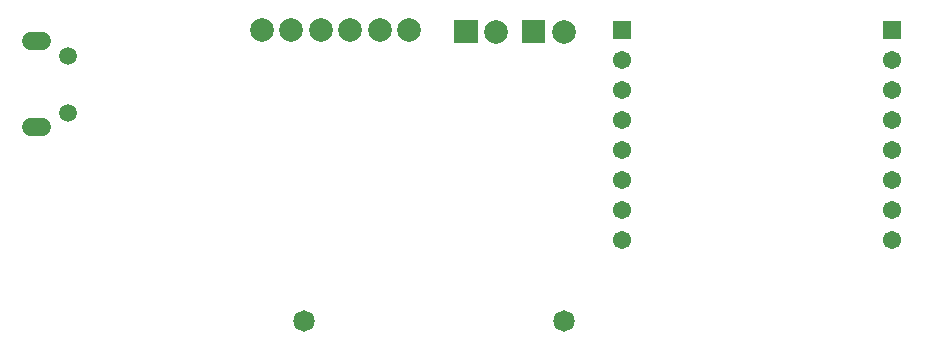
<source format=gbs>
G04 Layer: BottomSolderMaskLayer*
G04 EasyEDA v6.3.43, 2020-05-24T14:51:43+02:00*
G04 8b069e2c24b14efe805d348ad6be2aff,234966f79ee84ceb97ee69e44186daaf,10*
G04 Gerber Generator version 0.2*
G04 Scale: 100 percent, Rotated: No, Reflected: No *
G04 Dimensions in millimeters *
G04 leading zeros omitted , absolute positions ,3 integer and 3 decimal *
%FSLAX33Y33*%
%MOMM*%
G90*
G71D02*

%ADD50C,1.503197*%
%ADD54C,2.003196*%
%ADD68C,1.823187*%
%ADD74C,1.543202*%

%LPD*%
G54D50*
G01X2296Y21399D02*
G01X1396Y21399D01*
G01X2296Y28638D02*
G01X1396Y28638D01*
G54D54*
G01X40767Y29464D03*
G36*
G01X37226Y28463D02*
G01X37226Y30464D01*
G01X39227Y30464D01*
G01X39227Y28463D01*
G01X37226Y28463D01*
G37*
G01X46482Y29464D03*
G36*
G01X42941Y28463D02*
G01X42941Y30464D01*
G01X44942Y30464D01*
G01X44942Y28463D01*
G01X42941Y28463D01*
G37*
G54D50*
G01X4546Y27429D03*
G01X4546Y22588D03*
G54D54*
G01X33428Y29591D03*
G01X20927Y29591D03*
G01X23428Y29591D03*
G01X25928Y29591D03*
G01X28427Y29591D03*
G01X30927Y29591D03*
G54D68*
G01X24511Y4953D03*
G01X46482Y4953D03*
G36*
G01X50662Y28818D02*
G01X50662Y30363D01*
G01X52207Y30363D01*
G01X52207Y28818D01*
G01X50662Y28818D01*
G37*
G54D74*
G01X51435Y27051D03*
G01X51435Y21971D03*
G01X51435Y24511D03*
G01X51435Y16891D03*
G01X51435Y19431D03*
G01X51435Y11811D03*
G01X51435Y14351D03*
G01X74295Y14351D03*
G01X74295Y11811D03*
G01X74295Y19431D03*
G01X74295Y16891D03*
G01X74295Y24511D03*
G01X74295Y21971D03*
G01X74295Y27051D03*
G36*
G01X73522Y28818D02*
G01X73522Y30363D01*
G01X75067Y30363D01*
G01X75067Y28818D01*
G01X73522Y28818D01*
G37*
M00*
M02*

</source>
